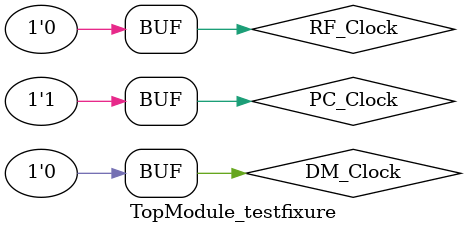
<source format=v>
`timescale 1ns / 1ps


module TopModule_testfixure;

	// Inputs
	reg PC_Clock;
	reg RF_Clock;
	reg DM_Clock;

	// Outputs
	wire Zero;

	// Instantiate the Unit Under Test (UUT)
	PCIMID_RFALUDMRF_TopModule uut (
		.PC_Clock(PC_Clock), 
		.RF_Clock(RF_Clock), 
		.DM_Clock(DM_Clock), 
		.Zero(Zero)
	);

	initial begin
		// Initialize Inputs
		PC_Clock = 0;
		RF_Clock = 0;
		DM_Clock = 0;

		#50;PC_Clock = 1;
		#50;
		#50;
		#50;
		#50;
		#50;
		#50;
		#50;
		#50;
		#50;
		#50;
		#50;
		#50;
		
	
		
        
		// Add stimulus here

	end
      
endmodule


</source>
